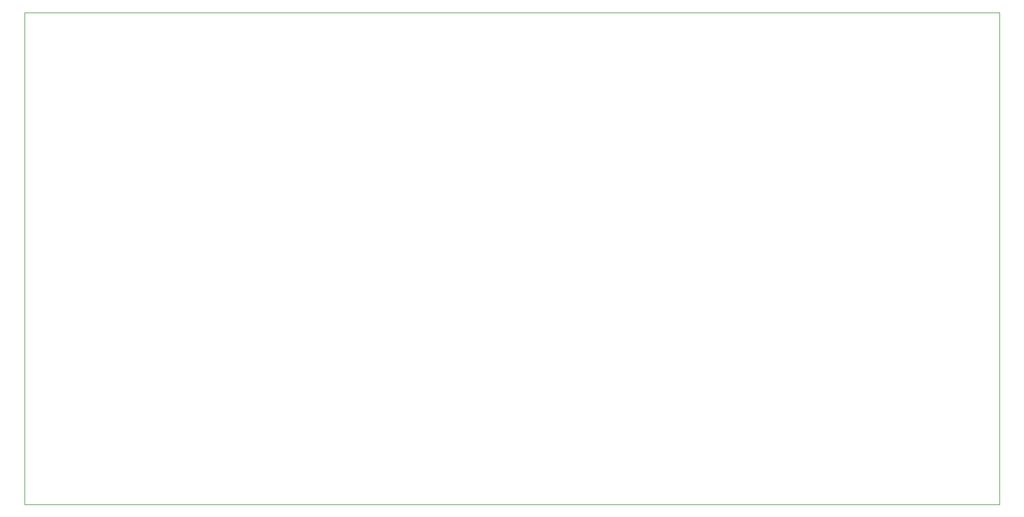
<source format=gbr>
%TF.GenerationSoftware,KiCad,Pcbnew,7.0.0-1.fc37*%
%TF.CreationDate,2023-06-05T08:34:41+02:00*%
%TF.ProjectId,smokePID,736d6f6b-6550-4494-942e-6b696361645f,rev?*%
%TF.SameCoordinates,Original*%
%TF.FileFunction,Profile,NP*%
%FSLAX46Y46*%
G04 Gerber Fmt 4.6, Leading zero omitted, Abs format (unit mm)*
G04 Created by KiCad (PCBNEW 7.0.0-1.fc37) date 2023-06-05 08:34:41*
%MOMM*%
%LPD*%
G01*
G04 APERTURE LIST*
%TA.AperFunction,Profile*%
%ADD10C,0.100000*%
%TD*%
G04 APERTURE END LIST*
D10*
X48000000Y-64000000D02*
X192500000Y-64000000D01*
X192500000Y-64000000D02*
X192500000Y-137000000D01*
X192500000Y-137000000D02*
X48000000Y-137000000D01*
X48000000Y-137000000D02*
X48000000Y-64000000D01*
M02*

</source>
